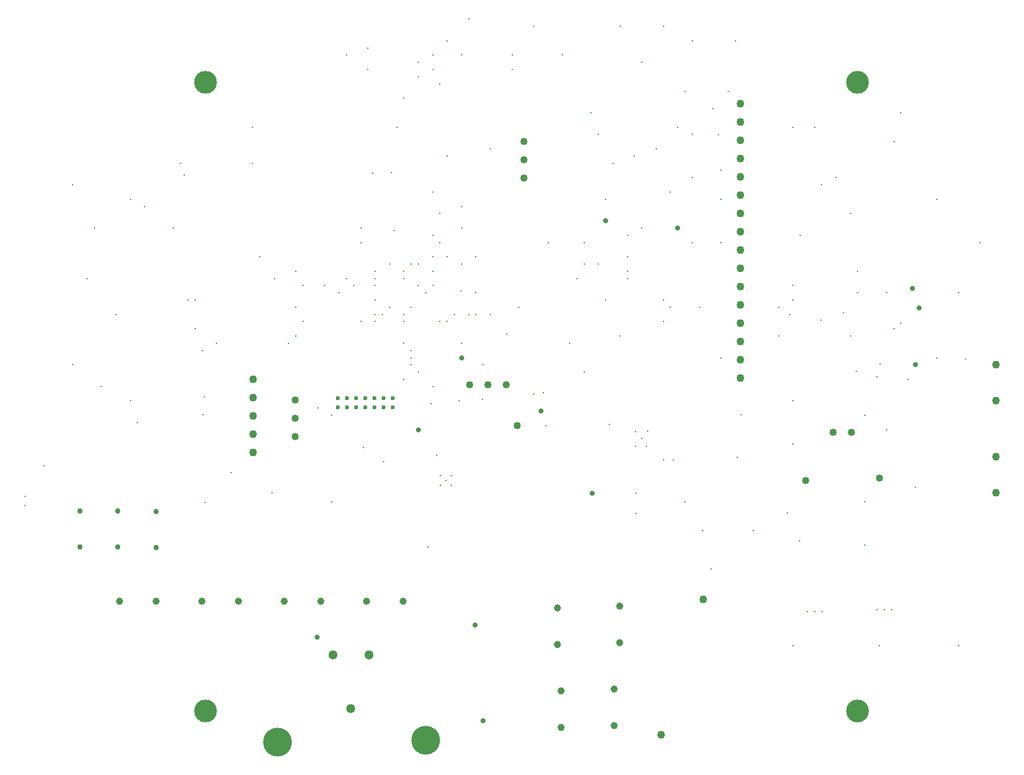
<source format=gbr>
%TF.GenerationSoftware,Altium Limited,Altium Designer,21.0.9 (235)*%
G04 Layer_Color=0*
%FSLAX26Y26*%
%MOIN*%
%TF.SameCoordinates,5BE5EA85-216B-4E4C-B8B6-EAA837D7D1E1*%
%TF.FilePolarity,Positive*%
%TF.FileFunction,Plated,1,4,PTH,Drill*%
%TF.Part,Single*%
G01*
G75*
%TA.AperFunction,ComponentDrill*%
%ADD213C,0.040157*%
%ADD214C,0.051181*%
%ADD215C,0.157480*%
%ADD216C,0.040000*%
%ADD217C,0.040000*%
%ADD218C,0.029528*%
%ADD219C,0.039370*%
%TA.AperFunction,OtherDrill,Pad Free-11 (7123.627mil,2950.592mil)*%
%ADD220C,0.125000*%
%TA.AperFunction,OtherDrill,Pad Free-11 (3561.127mil,2950.592mil)*%
%ADD221C,0.125000*%
%TA.AperFunction,OtherDrill,Pad Free-11 (3561.127mil,6388.092mil)*%
%ADD222C,0.125000*%
%TA.AperFunction,ComponentDrill*%
%ADD223C,0.043307*%
%TA.AperFunction,OtherDrill,Pad Free-11 (7123.627mil,6388.092mil)*%
%ADD224C,0.125000*%
%TA.AperFunction,ComponentDrill*%
%ADD225C,0.039370*%
%ADD226C,0.023622*%
%ADD227C,0.040157*%
%TA.AperFunction,ViaDrill,NotFilled*%
%ADD228C,0.008000*%
%ADD229C,0.007874*%
%ADD230C,0.028000*%
D213*
X7090000Y4475000D02*
D03*
X6990000D02*
D03*
X5205000Y4735000D02*
D03*
X5105000D02*
D03*
X5005000D02*
D03*
D214*
X4453425Y3258425D02*
D03*
X4256575D02*
D03*
X4355000Y2963150D02*
D03*
D215*
X3955000Y2780000D02*
D03*
X4765000Y2790000D02*
D03*
D216*
X6840000Y4210000D02*
D03*
X7245000Y4225000D02*
D03*
D217*
X5265000Y4510000D02*
D03*
D218*
X3290000Y3845000D02*
D03*
Y4041850D02*
D03*
X3080000Y3846575D02*
D03*
Y4043425D02*
D03*
X2875000Y3846575D02*
D03*
Y4043425D02*
D03*
D219*
X3740000Y3550000D02*
D03*
X3540000D02*
D03*
X3290000D02*
D03*
X3090000D02*
D03*
X4190000D02*
D03*
X3990000D02*
D03*
X4440000D02*
D03*
X4640000D02*
D03*
D220*
X7123627Y2950592D02*
D03*
D221*
X3561127D02*
D03*
D222*
Y6388092D02*
D03*
D223*
X3821220Y4765000D02*
D03*
Y4665000D02*
D03*
Y4465000D02*
D03*
Y4365000D02*
D03*
Y4565000D02*
D03*
X6050000Y2820000D02*
D03*
X6282283Y3560157D02*
D03*
X6485000Y4770000D02*
D03*
Y4870000D02*
D03*
Y5170000D02*
D03*
Y5270000D02*
D03*
Y5370000D02*
D03*
Y5570000D02*
D03*
Y5670000D02*
D03*
Y5870000D02*
D03*
Y6070000D02*
D03*
Y6270000D02*
D03*
Y6170000D02*
D03*
Y5970000D02*
D03*
Y5770000D02*
D03*
Y5470000D02*
D03*
Y5070000D02*
D03*
Y4970000D02*
D03*
X7880000Y4340000D02*
D03*
Y4143150D02*
D03*
Y4646575D02*
D03*
Y4843425D02*
D03*
D224*
X7123627Y6388092D02*
D03*
D225*
X5795000Y3070000D02*
D03*
Y2870000D02*
D03*
X5825000Y3325000D02*
D03*
Y3525000D02*
D03*
X5505000Y2860000D02*
D03*
Y3060000D02*
D03*
X5485000Y3515000D02*
D03*
Y3315000D02*
D03*
D226*
X4285000Y4610000D02*
D03*
Y4660000D02*
D03*
X4335000Y4610000D02*
D03*
Y4660000D02*
D03*
X4385000Y4610000D02*
D03*
Y4660000D02*
D03*
X4435000Y4610000D02*
D03*
Y4660000D02*
D03*
X4485000Y4610000D02*
D03*
Y4660000D02*
D03*
X4535000Y4610000D02*
D03*
Y4660000D02*
D03*
X4585000Y4610000D02*
D03*
Y4660000D02*
D03*
D227*
X5300000Y5865000D02*
D03*
Y5965000D02*
D03*
Y6065000D02*
D03*
X4050000Y4650000D02*
D03*
Y4550000D02*
D03*
Y4450000D02*
D03*
D228*
X7714000Y4874000D02*
D03*
X4823000Y4346000D02*
D03*
X6365000Y6102000D02*
D03*
X6333000Y6244000D02*
D03*
X5073000Y4655000D02*
D03*
X4947000Y4648000D02*
D03*
X5208000Y5010000D02*
D03*
X3548000Y4570000D02*
D03*
X3556000Y4667000D02*
D03*
X3445000Y5881000D02*
D03*
X2575000Y4075000D02*
D03*
Y4125000D02*
D03*
X6925000Y5088158D02*
D03*
X7249000Y4848000D02*
D03*
X7118000Y4807000D02*
D03*
X6754000Y5117000D02*
D03*
X4958000Y5248000D02*
D03*
X5946000Y4439000D02*
D03*
X5977000Y4479000D02*
D03*
X5911000Y4478000D02*
D03*
X5912000Y4397000D02*
D03*
X5970000D02*
D03*
X6807000Y3880000D02*
D03*
X6741000Y4033000D02*
D03*
X6323000Y3727000D02*
D03*
X4590000Y5576000D02*
D03*
X4475000Y5890000D02*
D03*
X4579000Y5894000D02*
D03*
X6064000Y4324000D02*
D03*
X6118000Y4325000D02*
D03*
X5422000Y4510000D02*
D03*
X5407000Y4691000D02*
D03*
X6278000Y3936000D02*
D03*
X6556000Y3938000D02*
D03*
X6488000Y4572000D02*
D03*
X5769000Y4516000D02*
D03*
X5914000Y4029000D02*
D03*
X5915000Y4141000D02*
D03*
X6468000Y4338000D02*
D03*
X4535000Y4314000D02*
D03*
X4423000Y4389000D02*
D03*
X4795000Y4631000D02*
D03*
X3925000Y4143000D02*
D03*
X3557000Y4091000D02*
D03*
X3700000Y4253000D02*
D03*
X4777000Y3847000D02*
D03*
D229*
X4960630Y5708661D02*
D03*
Y5590551D02*
D03*
X7360496Y5070184D02*
D03*
X7283465Y5236221D02*
D03*
X7047244Y5128370D02*
D03*
X7230000Y4776000D02*
D03*
X6062992Y5195378D02*
D03*
X5748032D02*
D03*
X6259842Y5157480D02*
D03*
X5039370Y5236221D02*
D03*
X7086614Y5000000D02*
D03*
X6692913D02*
D03*
X6771654Y5196850D02*
D03*
X6692913Y5157480D02*
D03*
X4724409Y6496063D02*
D03*
X4921260Y5118110D02*
D03*
X4448819Y6456693D02*
D03*
X4645669Y5314961D02*
D03*
X5944882Y6496063D02*
D03*
X4842520Y6377953D02*
D03*
Y5669291D02*
D03*
X5000000Y6732283D02*
D03*
X7125984Y5354331D02*
D03*
Y5236221D02*
D03*
X4488189Y5354331D02*
D03*
X2992126Y4724409D02*
D03*
X3543307Y4921260D02*
D03*
X4566929Y5157480D02*
D03*
X3503937Y5196850D02*
D03*
X4488189D02*
D03*
X4055118Y5354331D02*
D03*
X3622047Y4960630D02*
D03*
X3937008Y5314961D02*
D03*
X3188976Y4527559D02*
D03*
X4527559Y5118110D02*
D03*
X3503937Y5039370D02*
D03*
X3070866Y5118110D02*
D03*
X5629921Y4803150D02*
D03*
X4842520Y5078740D02*
D03*
X3149606Y4645669D02*
D03*
X2834646Y4842520D02*
D03*
Y5826772D02*
D03*
X5669291Y6220472D02*
D03*
X5708661Y6102362D02*
D03*
X3149606Y5748032D02*
D03*
X7322835Y6062992D02*
D03*
Y5039370D02*
D03*
X7362205Y6220472D02*
D03*
X4803150Y5787402D02*
D03*
X4763779Y5236221D02*
D03*
X4606299Y6141732D02*
D03*
X4566929Y5393701D02*
D03*
X4055118Y5000000D02*
D03*
X4488189Y5314961D02*
D03*
X7559055Y4881890D02*
D03*
X7007874Y5866142D02*
D03*
X6220472Y5511811D02*
D03*
X6102362Y5157480D02*
D03*
X5944882Y5590551D02*
D03*
X4212598Y5275591D02*
D03*
X5866142Y5314961D02*
D03*
X6220472Y6102362D02*
D03*
X5118110Y5118110D02*
D03*
X5039370D02*
D03*
X6889764Y6141732D02*
D03*
X6771654D02*
D03*
X3818898Y5944882D02*
D03*
Y6141732D02*
D03*
X4330709Y5314961D02*
D03*
Y6535433D02*
D03*
X4448819Y6574803D02*
D03*
X4370079Y5275591D02*
D03*
X5866142Y5551181D02*
D03*
X4645669Y4960630D02*
D03*
X5629921Y5511811D02*
D03*
X4645669Y5078740D02*
D03*
X5590551Y5314961D02*
D03*
X4645669Y5118110D02*
D03*
X5866142Y5433071D02*
D03*
X4685039Y4921260D02*
D03*
X5866142Y5354331D02*
D03*
X4803150D02*
D03*
X5039370Y5433071D02*
D03*
X5708661Y5393701D02*
D03*
X5629921D02*
D03*
X4960630D02*
D03*
X4488189Y5275591D02*
D03*
X4724409D02*
D03*
X4842520Y5511811D02*
D03*
X4488189Y5078740D02*
D03*
X4724409Y4803150D02*
D03*
X5354331Y4685039D02*
D03*
X5275591Y5157480D02*
D03*
X4685039D02*
D03*
Y4881890D02*
D03*
X5078740Y4842520D02*
D03*
X4803150Y5275591D02*
D03*
X7401575Y4763779D02*
D03*
X4645669D02*
D03*
X4173228Y4606299D02*
D03*
X4251968Y4566929D02*
D03*
X4685039Y4842520D02*
D03*
X4881890Y5078740D02*
D03*
Y6614173D02*
D03*
X4685039Y5393701D02*
D03*
X4724409Y6417323D02*
D03*
Y5393701D02*
D03*
X4960630Y6535433D02*
D03*
X5236221D02*
D03*
X5118110Y6023622D02*
D03*
X2677165Y4291339D02*
D03*
X4291339Y5236221D02*
D03*
X7086614Y5669291D02*
D03*
X6181102Y6338583D02*
D03*
X4094488Y5078740D02*
D03*
X4803150Y5551181D02*
D03*
X4409449Y5511811D02*
D03*
Y5078740D02*
D03*
X4015748Y4960630D02*
D03*
X4803150Y5433071D02*
D03*
X5787402Y5944882D02*
D03*
X5236221Y6456693D02*
D03*
X6417323Y6338583D02*
D03*
X7283465Y4488189D02*
D03*
X6023622Y6023622D02*
D03*
X6220472Y5866142D02*
D03*
X6062992Y5078740D02*
D03*
X7677165Y5236221D02*
D03*
Y3307087D02*
D03*
X4803150Y4724409D02*
D03*
X5000000Y5118110D02*
D03*
X4251968Y4094488D02*
D03*
X6181102D02*
D03*
X5748032Y5748032D02*
D03*
X3425197Y5944882D02*
D03*
X4881890Y5433071D02*
D03*
X4488189Y5118110D02*
D03*
X4645669Y5354331D02*
D03*
X4409449Y5590551D02*
D03*
X3385827D02*
D03*
X2952756D02*
D03*
X2913386Y5314961D02*
D03*
X3464567Y5196850D02*
D03*
X6102362Y5787402D02*
D03*
X6141732Y6141732D02*
D03*
X3858268Y5433071D02*
D03*
X5905512Y5984252D02*
D03*
X5354331Y6692913D02*
D03*
X6929134Y5826772D02*
D03*
X7559055Y5748032D02*
D03*
X5826772Y5000000D02*
D03*
X4803150Y6456693D02*
D03*
X7244095Y3307087D02*
D03*
X7165354Y4566929D02*
D03*
X5826772Y6692913D02*
D03*
X4803150Y6535433D02*
D03*
X6771654Y4645669D02*
D03*
X4094488Y5275591D02*
D03*
X7165354Y3858268D02*
D03*
X6377953Y5511811D02*
D03*
X4055118Y5157480D02*
D03*
X6811024Y5551181D02*
D03*
X6377953Y5748032D02*
D03*
X6771654Y3307087D02*
D03*
X4960630Y4960630D02*
D03*
X5433071Y5511811D02*
D03*
X6377953Y5905512D02*
D03*
X7795276Y5511811D02*
D03*
X7440945Y4173228D02*
D03*
X6771654Y5275591D02*
D03*
X4881890Y5984252D02*
D03*
X6062992Y6692913D02*
D03*
X4645669Y6299213D02*
D03*
X7165354Y4094488D02*
D03*
X6771654Y4409449D02*
D03*
X3228347Y5708661D02*
D03*
X6456693Y6614173D02*
D03*
X6377953Y4881890D02*
D03*
X6220472Y6614173D02*
D03*
X5511811Y6535433D02*
D03*
X5551181Y4960630D02*
D03*
X4875000Y4210000D02*
D03*
X4904134Y4237165D02*
D03*
Y4182835D02*
D03*
X4845866Y4237165D02*
D03*
Y4182835D02*
D03*
X6930551Y3495000D02*
D03*
X6890000D02*
D03*
X6849449D02*
D03*
X7310551Y3503150D02*
D03*
X7270000D02*
D03*
X7229449D02*
D03*
D230*
X7424000Y5260000D02*
D03*
X7462044Y5153603D02*
D03*
X4724409Y4488189D02*
D03*
X4172000Y3355000D02*
D03*
X4960630Y4881890D02*
D03*
X5748032Y5629921D02*
D03*
X7440945Y4842520D02*
D03*
X6141732Y5590551D02*
D03*
X5035000Y3420000D02*
D03*
X5079000Y2897000D02*
D03*
X5674000Y4142000D02*
D03*
X5394000Y4589000D02*
D03*
%TF.MD5,bf1862778157658a580687fc97a3ccd0*%
M02*

</source>
